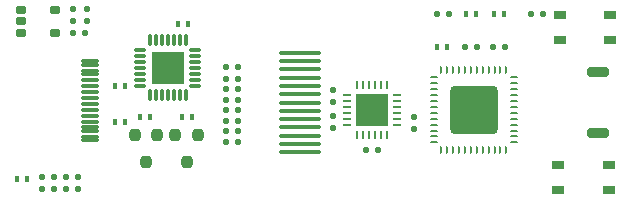
<source format=gtp>
G04*
G04 #@! TF.GenerationSoftware,Altium Limited,Altium Designer,20.0.13 (296)*
G04*
G04 Layer_Color=8421504*
%FSLAX25Y25*%
%MOIN*%
G70*
G01*
G75*
%ADD18R,0.01575X0.01968*%
G04:AMPARAMS|DCode=19|XSize=20mil|YSize=20mil|CornerRadius=5mil|HoleSize=0mil|Usage=FLASHONLY|Rotation=90.000|XOffset=0mil|YOffset=0mil|HoleType=Round|Shape=RoundedRectangle|*
%AMROUNDEDRECTD19*
21,1,0.02000,0.01000,0,0,90.0*
21,1,0.01000,0.02000,0,0,90.0*
1,1,0.01000,0.00500,0.00500*
1,1,0.01000,0.00500,-0.00500*
1,1,0.01000,-0.00500,-0.00500*
1,1,0.01000,-0.00500,0.00500*
%
%ADD19ROUNDEDRECTD19*%
G04:AMPARAMS|DCode=20|XSize=20mil|YSize=20mil|CornerRadius=5mil|HoleSize=0mil|Usage=FLASHONLY|Rotation=0.000|XOffset=0mil|YOffset=0mil|HoleType=Round|Shape=RoundedRectangle|*
%AMROUNDEDRECTD20*
21,1,0.02000,0.01000,0,0,0.0*
21,1,0.01000,0.02000,0,0,0.0*
1,1,0.01000,0.00500,-0.00500*
1,1,0.01000,-0.00500,-0.00500*
1,1,0.01000,-0.00500,0.00500*
1,1,0.01000,0.00500,0.00500*
%
%ADD20ROUNDEDRECTD20*%
%ADD21R,0.03937X0.02756*%
%ADD22O,0.00984X0.02756*%
%ADD23O,0.02756X0.00984*%
%ADD24R,0.10630X0.11024*%
G04:AMPARAMS|DCode=25|XSize=160mil|YSize=160mil|CornerRadius=16mil|HoleSize=0mil|Usage=FLASHONLY|Rotation=270.000|XOffset=0mil|YOffset=0mil|HoleType=Round|Shape=RoundedRectangle|*
%AMROUNDEDRECTD25*
21,1,0.16000,0.12800,0,0,270.0*
21,1,0.12800,0.16000,0,0,270.0*
1,1,0.03200,-0.06400,-0.06400*
1,1,0.03200,-0.06400,0.06400*
1,1,0.03200,0.06400,0.06400*
1,1,0.03200,0.06400,-0.06400*
%
%ADD25ROUNDEDRECTD25*%
G04:AMPARAMS|DCode=26|XSize=26.57mil|YSize=9.84mil|CornerRadius=2.46mil|HoleSize=0mil|Usage=FLASHONLY|Rotation=270.000|XOffset=0mil|YOffset=0mil|HoleType=Round|Shape=RoundedRectangle|*
%AMROUNDEDRECTD26*
21,1,0.02657,0.00492,0,0,270.0*
21,1,0.02165,0.00984,0,0,270.0*
1,1,0.00492,-0.00246,-0.01083*
1,1,0.00492,-0.00246,0.01083*
1,1,0.00492,0.00246,0.01083*
1,1,0.00492,0.00246,-0.01083*
%
%ADD26ROUNDEDRECTD26*%
G04:AMPARAMS|DCode=27|XSize=26.57mil|YSize=9.84mil|CornerRadius=2.46mil|HoleSize=0mil|Usage=FLASHONLY|Rotation=0.000|XOffset=0mil|YOffset=0mil|HoleType=Round|Shape=RoundedRectangle|*
%AMROUNDEDRECTD27*
21,1,0.02657,0.00492,0,0,0.0*
21,1,0.02165,0.00984,0,0,0.0*
1,1,0.00492,0.01083,-0.00246*
1,1,0.00492,-0.01083,-0.00246*
1,1,0.00492,-0.01083,0.00246*
1,1,0.00492,0.01083,0.00246*
%
%ADD27ROUNDEDRECTD27*%
G04:AMPARAMS|DCode=28|XSize=37.4mil|YSize=39.37mil|CornerRadius=9.35mil|HoleSize=0mil|Usage=FLASHONLY|Rotation=180.000|XOffset=0mil|YOffset=0mil|HoleType=Round|Shape=RoundedRectangle|*
%AMROUNDEDRECTD28*
21,1,0.03740,0.02067,0,0,180.0*
21,1,0.01870,0.03937,0,0,180.0*
1,1,0.01870,-0.00935,0.01034*
1,1,0.01870,0.00935,0.01034*
1,1,0.01870,0.00935,-0.01034*
1,1,0.01870,-0.00935,-0.01034*
%
%ADD28ROUNDEDRECTD28*%
G04:AMPARAMS|DCode=29|XSize=15.75mil|YSize=137.8mil|CornerRadius=3.94mil|HoleSize=0mil|Usage=FLASHONLY|Rotation=270.000|XOffset=0mil|YOffset=0mil|HoleType=Round|Shape=RoundedRectangle|*
%AMROUNDEDRECTD29*
21,1,0.01575,0.12992,0,0,270.0*
21,1,0.00787,0.13780,0,0,270.0*
1,1,0.00787,-0.06496,-0.00394*
1,1,0.00787,-0.06496,0.00394*
1,1,0.00787,0.06496,0.00394*
1,1,0.00787,0.06496,-0.00394*
%
%ADD29ROUNDEDRECTD29*%
G04:AMPARAMS|DCode=30|XSize=12mil|YSize=38mil|CornerRadius=3mil|HoleSize=0mil|Usage=FLASHONLY|Rotation=0.000|XOffset=0mil|YOffset=0mil|HoleType=Round|Shape=RoundedRectangle|*
%AMROUNDEDRECTD30*
21,1,0.01200,0.03200,0,0,0.0*
21,1,0.00600,0.03800,0,0,0.0*
1,1,0.00600,0.00300,-0.01600*
1,1,0.00600,-0.00300,-0.01600*
1,1,0.00600,-0.00300,0.01600*
1,1,0.00600,0.00300,0.01600*
%
%ADD30ROUNDEDRECTD30*%
G04:AMPARAMS|DCode=31|XSize=12mil|YSize=38mil|CornerRadius=3mil|HoleSize=0mil|Usage=FLASHONLY|Rotation=90.000|XOffset=0mil|YOffset=0mil|HoleType=Round|Shape=RoundedRectangle|*
%AMROUNDEDRECTD31*
21,1,0.01200,0.03200,0,0,90.0*
21,1,0.00600,0.03800,0,0,90.0*
1,1,0.00600,0.01600,0.00300*
1,1,0.00600,0.01600,-0.00300*
1,1,0.00600,-0.01600,-0.00300*
1,1,0.00600,-0.01600,0.00300*
%
%ADD31ROUNDEDRECTD31*%
G04:AMPARAMS|DCode=32|XSize=23.62mil|YSize=35mil|CornerRadius=5.91mil|HoleSize=0mil|Usage=FLASHONLY|Rotation=90.000|XOffset=0mil|YOffset=0mil|HoleType=Round|Shape=RoundedRectangle|*
%AMROUNDEDRECTD32*
21,1,0.02362,0.02319,0,0,90.0*
21,1,0.01181,0.03500,0,0,90.0*
1,1,0.01181,0.01159,0.00591*
1,1,0.01181,0.01159,-0.00591*
1,1,0.01181,-0.01159,-0.00591*
1,1,0.01181,-0.01159,0.00591*
%
%ADD32ROUNDEDRECTD32*%
G04:AMPARAMS|DCode=33|XSize=31.5mil|YSize=70.87mil|CornerRadius=7.87mil|HoleSize=0mil|Usage=FLASHONLY|Rotation=270.000|XOffset=0mil|YOffset=0mil|HoleType=Round|Shape=RoundedRectangle|*
%AMROUNDEDRECTD33*
21,1,0.03150,0.05512,0,0,270.0*
21,1,0.01575,0.07087,0,0,270.0*
1,1,0.01575,-0.02756,-0.00787*
1,1,0.01575,-0.02756,0.00787*
1,1,0.01575,0.02756,0.00787*
1,1,0.01575,0.02756,-0.00787*
%
%ADD33ROUNDEDRECTD33*%
G04:AMPARAMS|DCode=34|XSize=59.06mil|YSize=11.81mil|CornerRadius=2.95mil|HoleSize=0mil|Usage=FLASHONLY|Rotation=0.000|XOffset=0mil|YOffset=0mil|HoleType=Round|Shape=RoundedRectangle|*
%AMROUNDEDRECTD34*
21,1,0.05906,0.00591,0,0,0.0*
21,1,0.05315,0.01181,0,0,0.0*
1,1,0.00591,0.02657,-0.00295*
1,1,0.00591,-0.02657,-0.00295*
1,1,0.00591,-0.02657,0.00295*
1,1,0.00591,0.02657,0.00295*
%
%ADD34ROUNDEDRECTD34*%
D18*
X31827Y33500D02*
D03*
X35173D02*
D03*
Y45500D02*
D03*
X31827D02*
D03*
X152173Y69500D02*
D03*
X148827D02*
D03*
X-673Y14500D02*
D03*
X2673D02*
D03*
X54327Y35000D02*
D03*
X57673D02*
D03*
X43673D02*
D03*
X40327D02*
D03*
X142673Y58500D02*
D03*
X139327D02*
D03*
X161673Y69500D02*
D03*
X158327D02*
D03*
X56173Y66000D02*
D03*
X52827D02*
D03*
D19*
X19600Y11000D02*
D03*
X15600D02*
D03*
X19600Y14999D02*
D03*
X15600D02*
D03*
X158000Y58500D02*
D03*
X162000D02*
D03*
X148500Y58500D02*
D03*
X152500D02*
D03*
X139191Y69500D02*
D03*
X143191D02*
D03*
X115500Y24000D02*
D03*
X119500D02*
D03*
X73000Y26964D02*
D03*
X69000D02*
D03*
X73000Y30464D02*
D03*
X69000D02*
D03*
X73000Y33964D02*
D03*
X69000D02*
D03*
X73000Y37464D02*
D03*
X69000D02*
D03*
X73000Y40964D02*
D03*
X69000D02*
D03*
X73000Y44464D02*
D03*
X69000D02*
D03*
X73000Y47964D02*
D03*
X69000D02*
D03*
X73000Y51964D02*
D03*
X69000D02*
D03*
X21734Y63000D02*
D03*
X17734D02*
D03*
X174500Y69500D02*
D03*
X170500D02*
D03*
X7600Y11000D02*
D03*
X11600D02*
D03*
X7600Y14999D02*
D03*
X11600D02*
D03*
D20*
X131500Y31000D02*
D03*
Y35000D02*
D03*
X104500Y35500D02*
D03*
Y31500D02*
D03*
X104500Y44000D02*
D03*
Y40000D02*
D03*
X22500Y67000D02*
D03*
Y71000D02*
D03*
X18000D02*
D03*
Y67000D02*
D03*
D21*
X179535Y19232D02*
D03*
X196465D02*
D03*
X179535Y10768D02*
D03*
X196465D02*
D03*
X180035Y69232D02*
D03*
X196965D02*
D03*
X180035Y60768D02*
D03*
X196965D02*
D03*
D22*
X122421Y45768D02*
D03*
X120453D02*
D03*
X118484D02*
D03*
X116516D02*
D03*
X114547D02*
D03*
X112579D02*
D03*
Y29232D02*
D03*
X114547D02*
D03*
X116516D02*
D03*
X118484D02*
D03*
X120453D02*
D03*
X122421D02*
D03*
D23*
X109232Y42421D02*
D03*
Y40453D02*
D03*
Y38484D02*
D03*
Y36516D02*
D03*
Y34547D02*
D03*
Y32579D02*
D03*
X125768D02*
D03*
Y34547D02*
D03*
Y36516D02*
D03*
Y38484D02*
D03*
Y40453D02*
D03*
Y42421D02*
D03*
D24*
X117500Y37500D02*
D03*
X49500Y51500D02*
D03*
D25*
X151500Y37500D02*
D03*
D26*
X162327Y50738D02*
D03*
X160358D02*
D03*
X158390D02*
D03*
X156421D02*
D03*
X154453D02*
D03*
X152484D02*
D03*
X150516D02*
D03*
X148547D02*
D03*
X146579D02*
D03*
X144610D02*
D03*
X142642D02*
D03*
X140673D02*
D03*
Y24262D02*
D03*
X142642D02*
D03*
X144610D02*
D03*
X146579D02*
D03*
X148547D02*
D03*
X150516D02*
D03*
X152484D02*
D03*
X154453D02*
D03*
X156421D02*
D03*
X158390D02*
D03*
X160358D02*
D03*
X162327D02*
D03*
D27*
X138262Y48327D02*
D03*
Y46358D02*
D03*
Y44390D02*
D03*
Y42421D02*
D03*
Y40453D02*
D03*
Y38484D02*
D03*
Y36516D02*
D03*
Y34547D02*
D03*
Y32579D02*
D03*
Y30610D02*
D03*
Y28642D02*
D03*
Y26673D02*
D03*
X164738D02*
D03*
Y28642D02*
D03*
Y30610D02*
D03*
Y32579D02*
D03*
Y34547D02*
D03*
Y36516D02*
D03*
Y38484D02*
D03*
Y40453D02*
D03*
Y42421D02*
D03*
Y44390D02*
D03*
Y46358D02*
D03*
Y48327D02*
D03*
D28*
X42260Y20142D02*
D03*
X38520Y29000D02*
D03*
X46000D02*
D03*
X55740Y20142D02*
D03*
X52000Y29000D02*
D03*
X59480D02*
D03*
D29*
X93500Y48232D02*
D03*
Y39965D02*
D03*
Y31697D02*
D03*
Y23429D02*
D03*
Y56500D02*
D03*
Y28941D02*
D03*
Y26185D02*
D03*
Y37209D02*
D03*
Y34453D02*
D03*
Y45476D02*
D03*
Y42720D02*
D03*
Y53744D02*
D03*
Y50988D02*
D03*
D30*
X55405Y42350D02*
D03*
X53437D02*
D03*
X51468D02*
D03*
X49500D02*
D03*
X47532D02*
D03*
X45563D02*
D03*
X43595D02*
D03*
Y60650D02*
D03*
X45563D02*
D03*
X47532D02*
D03*
X49500D02*
D03*
X51468D02*
D03*
X53437D02*
D03*
X55405D02*
D03*
D31*
X40350Y45594D02*
D03*
Y47563D02*
D03*
Y49531D02*
D03*
Y51500D02*
D03*
Y53469D02*
D03*
Y55437D02*
D03*
Y57406D02*
D03*
X58650D02*
D03*
Y55437D02*
D03*
Y53469D02*
D03*
Y51500D02*
D03*
Y49531D02*
D03*
Y47563D02*
D03*
Y45594D02*
D03*
D32*
X594Y63260D02*
D03*
Y67000D02*
D03*
Y70740D02*
D03*
X11994D02*
D03*
Y63260D02*
D03*
D33*
X193000Y29910D02*
D03*
Y50000D02*
D03*
D34*
X23421Y53689D02*
D03*
Y52508D02*
D03*
Y50539D02*
D03*
Y49358D02*
D03*
Y47390D02*
D03*
Y45421D02*
D03*
Y43453D02*
D03*
Y41484D02*
D03*
Y39516D02*
D03*
Y37547D02*
D03*
Y35579D02*
D03*
Y33610D02*
D03*
Y31642D02*
D03*
Y30461D02*
D03*
Y28492D02*
D03*
Y27311D02*
D03*
M02*

</source>
